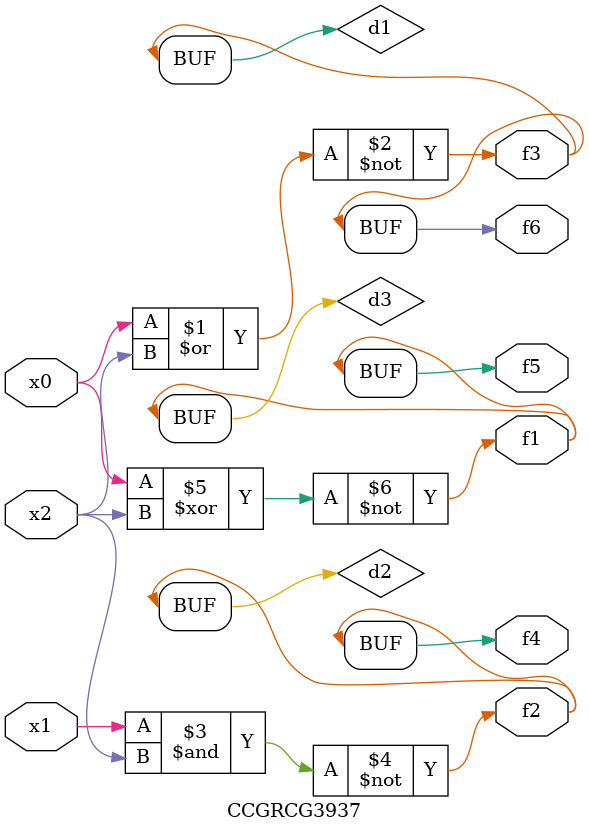
<source format=v>
module CCGRCG3937(
	input x0, x1, x2,
	output f1, f2, f3, f4, f5, f6
);

	wire d1, d2, d3;

	nor (d1, x0, x2);
	nand (d2, x1, x2);
	xnor (d3, x0, x2);
	assign f1 = d3;
	assign f2 = d2;
	assign f3 = d1;
	assign f4 = d2;
	assign f5 = d3;
	assign f6 = d1;
endmodule

</source>
